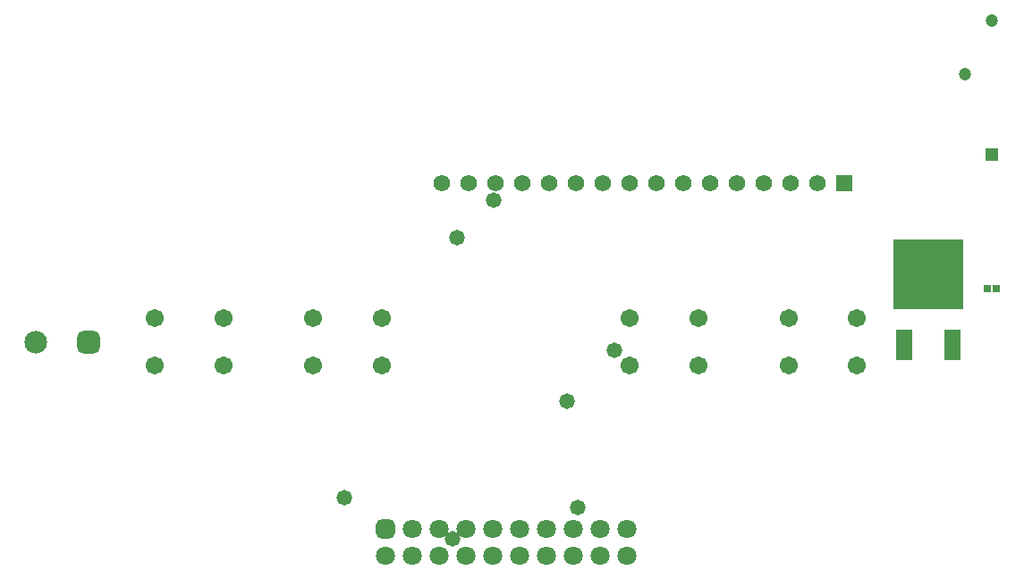
<source format=gbs>
G04*
G04 #@! TF.GenerationSoftware,Altium Limited,Altium Designer,21.3.2 (30)*
G04*
G04 Layer_Color=16711935*
%FSLAX25Y25*%
%MOIN*%
G70*
G04*
G04 #@! TF.SameCoordinates,3DC595B4-C491-417C-8E84-26B3D1DC1506*
G04*
G04*
G04 #@! TF.FilePolarity,Negative*
G04*
G01*
G75*
%ADD13R,0.04724X0.04724*%
%ADD14C,0.04724*%
%ADD15C,0.06181*%
%ADD16R,0.06181X0.06181*%
%ADD17C,0.07099*%
G04:AMPARAMS|DCode=18|XSize=70.99mil|YSize=70.99mil|CornerRadius=19.75mil|HoleSize=0mil|Usage=FLASHONLY|Rotation=0.000|XOffset=0mil|YOffset=0mil|HoleType=Round|Shape=RoundedRectangle|*
%AMROUNDEDRECTD18*
21,1,0.07099,0.03150,0,0,0.0*
21,1,0.03150,0.07099,0,0,0.0*
1,1,0.03950,0.01575,-0.01575*
1,1,0.03950,-0.01575,-0.01575*
1,1,0.03950,-0.01575,0.01575*
1,1,0.03950,0.01575,0.01575*
%
%ADD18ROUNDEDRECTD18*%
%ADD19C,0.08477*%
G04:AMPARAMS|DCode=20|XSize=84.77mil|YSize=84.77mil|CornerRadius=23.19mil|HoleSize=0mil|Usage=FLASHONLY|Rotation=180.000|XOffset=0mil|YOffset=0mil|HoleType=Round|Shape=RoundedRectangle|*
%AMROUNDEDRECTD20*
21,1,0.08477,0.03839,0,0,180.0*
21,1,0.03839,0.08477,0,0,180.0*
1,1,0.04639,-0.01919,0.01919*
1,1,0.04639,0.01919,0.01919*
1,1,0.04639,0.01919,-0.01919*
1,1,0.04639,-0.01919,-0.01919*
%
%ADD20ROUNDEDRECTD20*%
%ADD21C,0.06706*%
%ADD22C,0.05800*%
%ADD30R,0.26378X0.26378*%
%ADD31R,0.06299X0.11811*%
%ADD33R,0.02572X0.02572*%
D13*
X378012Y168366D02*
D03*
D14*
X368012Y198366D02*
D03*
X378012Y218366D02*
D03*
D15*
X173032Y157480D02*
D03*
X183032D02*
D03*
X193032D02*
D03*
X203032D02*
D03*
X213032D02*
D03*
X223032D02*
D03*
X233032D02*
D03*
X243032D02*
D03*
X253032D02*
D03*
X263032D02*
D03*
X273032D02*
D03*
X283032D02*
D03*
X293032D02*
D03*
X303032D02*
D03*
X313032D02*
D03*
D16*
X323032D02*
D03*
D17*
X211850Y18622D02*
D03*
Y28622D02*
D03*
X201850Y18622D02*
D03*
X191850D02*
D03*
X201850Y28622D02*
D03*
X191850D02*
D03*
X181850Y18622D02*
D03*
Y28622D02*
D03*
X171850Y18622D02*
D03*
Y28622D02*
D03*
X161850Y18622D02*
D03*
Y28622D02*
D03*
X151850Y18622D02*
D03*
X221850Y28622D02*
D03*
X231850D02*
D03*
X241850D02*
D03*
X221850Y18622D02*
D03*
X231850D02*
D03*
X241850D02*
D03*
D18*
X151850Y28622D02*
D03*
D19*
X21654Y98425D02*
D03*
D20*
X41339D02*
D03*
D21*
X65945Y107283D02*
D03*
Y89567D02*
D03*
X91535Y107283D02*
D03*
Y89567D02*
D03*
X243110Y107283D02*
D03*
Y89567D02*
D03*
X268701Y107283D02*
D03*
Y89567D02*
D03*
X302165Y107283D02*
D03*
Y89567D02*
D03*
X327756Y107283D02*
D03*
Y89567D02*
D03*
X125000Y107283D02*
D03*
Y89567D02*
D03*
X150591Y107283D02*
D03*
Y89567D02*
D03*
D22*
X223700Y36500D02*
D03*
X192400Y151300D02*
D03*
X219700Y76400D02*
D03*
X136600Y40100D02*
D03*
X237300Y95400D02*
D03*
X176900Y24800D02*
D03*
X178800Y137200D02*
D03*
D30*
X354331Y123573D02*
D03*
D31*
X345276Y97392D02*
D03*
X363386D02*
D03*
D33*
X376378Y118110D02*
D03*
X379528D02*
D03*
M02*

</source>
